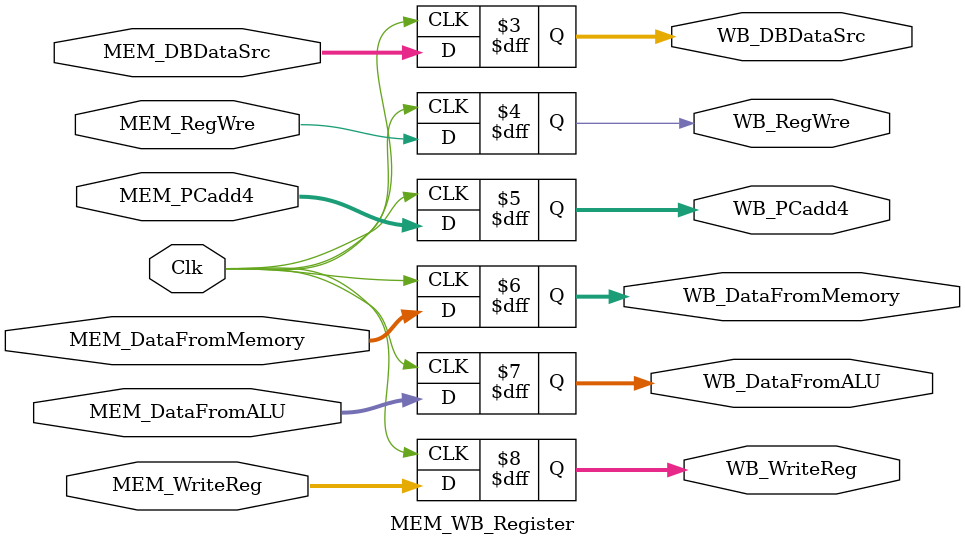
<source format=v>
`timescale 1ns / 1ps


module MEM_WB_Register(
     //¿ØÖÆÐÅºÅ
     input wire Clk,//MEM_WB_Flush,
     
     
     //WB½×¶ÎµÄÐÅºÅ
     input wire [1:0] MEM_DBDataSrc,
     output reg [1:0] WB_DBDataSrc,
     
     input wire MEM_RegWre,
     output reg WB_RegWre,
    
    
    //Êý¾ÝÍ¨Â·
    input wire [31:0] MEM_PCadd4,
    output reg [31:0] WB_PCadd4,
    
    input wire [31:0] MEM_DataFromMemory,
    output reg [31:0] WB_DataFromMemory,
    
    input wire [31:0] MEM_DataFromALU,
    output reg [31:0] WB_DataFromALU,
    
    input wire [4:0] MEM_WriteReg,
    output reg [4:0] WB_WriteReg
    );
    
    //³õÊ¼»¯
    initial begin
    
        WB_DBDataSrc=0;
        WB_RegWre=0;
        
        WB_PCadd4=0;
        WB_DataFromALU=0;
        WB_DataFromMemory=0;
        WB_WriteReg=0;
    end
    
     //Ð´Èë
    always @(negedge Clk) begin 
       //if(MEM_WB_Flush==0) begin
            
            //WB½×¶ÎµÄÐÅºÅ
            WB_DBDataSrc<=MEM_DBDataSrc;
            WB_RegWre<=MEM_RegWre;
            
            //Êý¾ÝÍ¨Â·
            WB_PCadd4<=MEM_PCadd4;
            WB_DataFromMemory<=MEM_DataFromMemory;
            WB_DataFromALU<=MEM_DataFromALU;
            WB_WriteReg<=MEM_WriteReg;
       //end
    end
    
    //²»ÐèÒª´¦Àí·ÖÖ§
//    //´¦Àí·ÖÖ§
//    always @(*)begin
//        if(MEM_WB_Flush==1) begin     

//            //WB½×¶ÎµÄÐÅºÅ
//            WB_DBDataSrc=0;
//            WB_RegWre=0;
            
//            //Êý¾ÝÍ¨Â·
//            WB_DataFromMemory=0;
//            WB_DataFromALU=0;
//            WB_WriteReg=0;
//        end
//    end
endmodule

</source>
